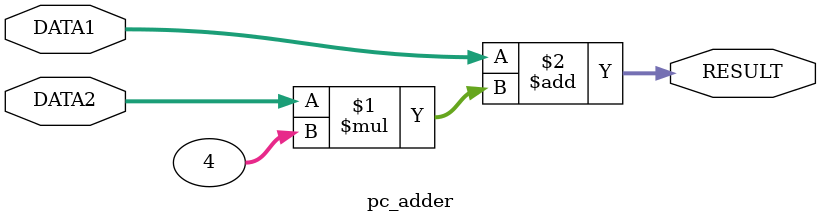
<source format=v>
module two_comp(DATA, OUT);

    input [7:0] DATA;
    output [7:0] OUT;

    assign #1 OUT = ~DATA + 1;

endmodule


module mux_8(DATA1, DATA2, SELECT, OUTPUT);

    input [7:0] DATA1, DATA2;
    input SELECT;
    output reg [7:0] OUTPUT;

    always @(DATA1, DATA2, SELECT) begin 

        if (SELECT) 
            OUTPUT = DATA2;
        else
            OUTPUT = DATA1;

    end

endmodule

module mux_32(DATA1, DATA2, SELECT, OUTPUT);

    input [31:0] DATA1, DATA2;
    input SELECT;
    output reg [31:0] OUTPUT;

    always @(DATA1, DATA2, SELECT) begin 

        if (SELECT) 
            OUTPUT = DATA2;
        else
            OUTPUT = DATA1;

    end

endmodule

module pc_adder(DATA1, DATA2, RESULT);

    input signed [31:0] DATA1;
    input signed [7:0] DATA2;
    output [31:0] RESULT;

    assign #2 RESULT = DATA1 + DATA2 * 4;

endmodule
</source>
